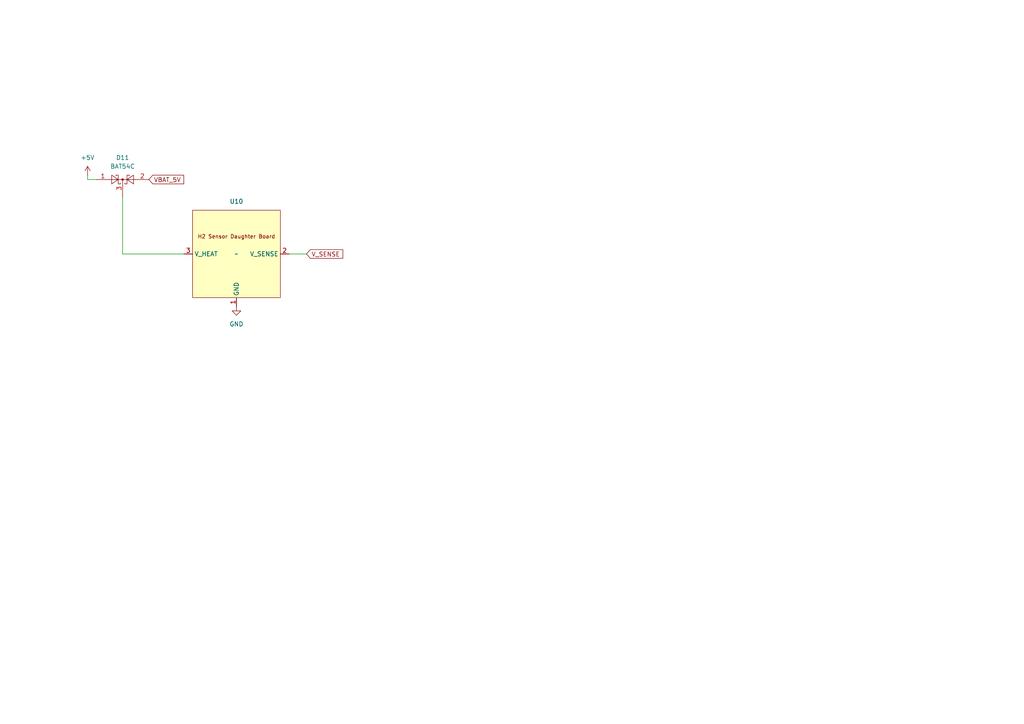
<source format=kicad_sch>
(kicad_sch (version 20230121) (generator eeschema)
  (paper "A4")
  (lib_symbols
    (symbol "Diode:BAT54C" (pin_names (offset 1.016))
      (property "Reference" "D" (at 0.635 -3.81 0))
      (property "Value" "BAT54C" (at -6.35 3.175 0))
      (symbol "BAT54C_0_1"
        (polyline (pts (xy -1.905 0) (xy 1.905 0)))
        (polyline (pts (xy -1.905 1.27) (xy -1.905 1.016)))
        (polyline (pts (xy -1.27 -1.27) (xy -0.635 -1.27)))
        (polyline (pts (xy -1.27 0) (xy -3.81 0)))
        (polyline (pts (xy -1.27 1.27) (xy -1.905 1.27)))
        (polyline (pts (xy -1.27 1.27) (xy -1.27 -1.27)))
        (polyline (pts (xy -0.635 -1.27) (xy -0.635 -1.016)))
        (polyline (pts (xy 0.635 -1.27) (xy 0.635 -1.016)))
        (polyline (pts (xy 1.27 -1.27) (xy 0.635 -1.27)))
        (polyline (pts (xy 1.27 1.27) (xy 1.27 -1.27)))
        (polyline (pts (xy 1.27 1.27) (xy 1.905 1.27)))
        (polyline (pts (xy 1.905 1.27) (xy 1.905 1.016)))
        (polyline (pts (xy 3.81 0) (xy 1.27 0)))
        (polyline (pts (xy -3.175 -1.27) (xy -3.175 1.27) (xy -1.27 0) (xy -3.175 -1.27)))
        (polyline (pts (xy 3.175 -1.27) (xy 3.175 1.27) (xy 1.27 0) (xy 3.175 -1.27)))
        (circle (center 0 0) (radius 0.254) (fill (type outline)))
      )
      (symbol "BAT54C_1_1"
        (pin passive line (at -7.62 0 0) (length 3.81) (name "~") (number "1"))
        (pin passive line (at 7.62 0 180) (length 3.81) (name "~") (number "2"))
        (pin passive line (at 0 -5.08 90) (length 5.08) (name "~") (number "3"))
      )
    )
    (symbol "H2_Parts:H2_Simon_Sensor_Breakout"
      (property "Reference" "U" (at 0 0 0))
      (symbol "H2_Simon_Sensor_Breakout_1_1"
        (rectangle (start -12.7 12.7) (end 12.7 -12.7) (fill (type background)))
        (text "H2 Sensor Daughter Board" (at 0 5.08 0) (effects (font (size 1.1 1.1))))
        (pin output line (at 0 -15.24 90) (length 2.54) (name "GND") (number "1"))
        (pin output line (at 15.24 0 180) (length 2.54) (name "V_SENSE") (number "2"))
        (pin output line (at -15.24 0 0) (length 2.54) (name "V_HEAT") (number "3"))
      )
    )
    (symbol "power:+5V" (power) (pin_names (offset 0))
      (property "Value" "+5V" (at 0 3.556 0))
      (symbol "+5V_0_1"
        (polyline (pts (xy -0.762 1.27) (xy 0 2.54)))
        (polyline (pts (xy 0 0) (xy 0 2.54)))
        (polyline (pts (xy 0 2.54) (xy 0.762 1.27)))
      )
      (symbol "+5V_1_1"
        (pin power_in line (at 0 0 90) (length 0) hide (name "+5V") (number "1"))
      )
    )
    (symbol "power:GND" (power) (pin_names (offset 0))
      (property "Value" "GND" (at 0 -3.81 0))
      (symbol "GND_0_1"
        (polyline (pts (xy 0 0) (xy 0 -1.27) (xy 1.27 -1.27) (xy 0 -2.54) (xy -1.27 -1.27) (xy 0 -1.27)))
      )
      (symbol "GND_1_1"
        (pin power_in line (at 0 0 270) (length 0) hide (name "GND") (number "1"))
      )
    )
  )
  (wire (pts (xy 35.56 73.66) (xy 53.34 73.66)))
  (wire (pts (xy 25.4 52.07) (xy 27.94 52.07)))
  (wire (pts (xy 35.56 57.15) (xy 35.56 73.66)))
  (wire (pts (xy 88.9 73.66) (xy 83.82 73.66)))
  (wire (pts (xy 25.4 50.8) (xy 25.4 52.07)))
  (global_label "VBAT_5V" (shape input) (at 43.18 52.07 0) (property "Intersheetrefs" "${INTERSHEET_REFS}" (effects hide)))
  (global_label "V_SENSE" (shape input) (at 88.9 73.66 0) (property "Intersheetrefs" "${INTERSHEET_REFS}" (effects hide)))
  (symbol (lib_id "power:GND") (at 68.58 88.9 0) (unit 1)
    (property "Reference" "#PWR056" (effects hide))
    (property "Value" "GND" (at 68.58 93.98 0))
  )
  (symbol (lib_id "power:+5V") (at 25.4 50.8 0) (unit 1)
    (property "Reference" "#PWR055" (effects hide))
    (property "Value" "+5V" (at 25.4 45.72 0))
  )
  (symbol (lib_id "Diode:BAT54C") (at 35.56 52.07 0) (unit 1)
    (property "Reference" "D11" (at 35.56 45.72 0))
    (property "Value" "BAT54C" (at 35.56 48.26 0))
    (property "Footprint" "Package_TO_SOT_SMD:SOT-23" (effects hide))
    (property "Datasheet" "http://www.diodes.com/_files/datasheets/ds11005.pdf" (effects hide))
  )
  (symbol (lib_id "H2_Parts:H2_Simon_Sensor_Breakout") (at 68.58 73.66 0) (unit 1)
    (property "Reference" "U10" (at 68.58 58.42 0))
    (property "Value" "~" (at 68.58 73.66 0))
  )
)
</source>
